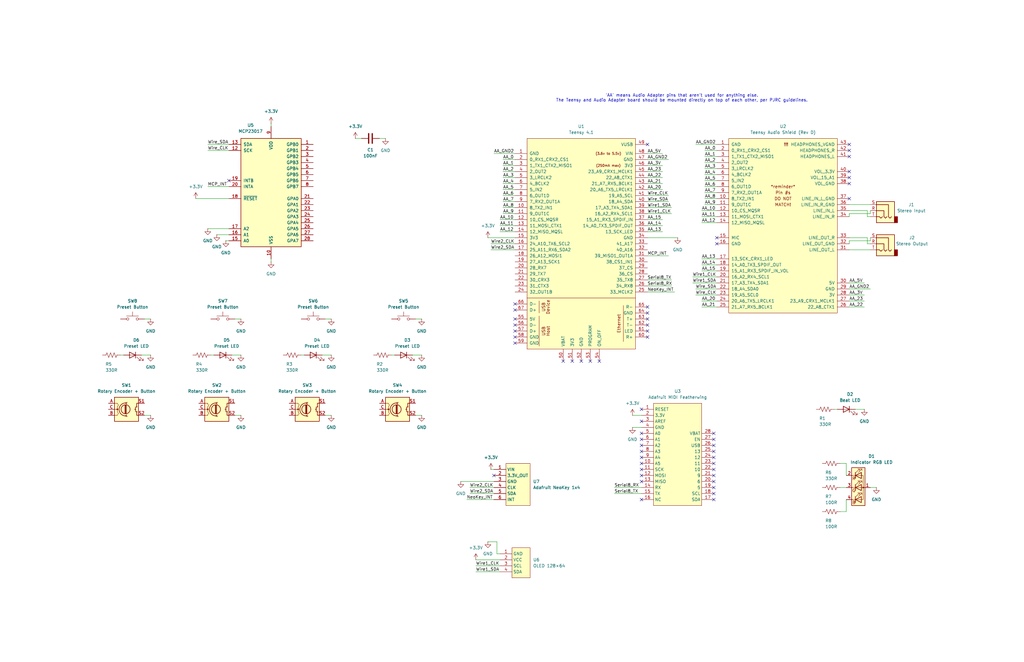
<source format=kicad_sch>
(kicad_sch (version 20250114) (generator "eeschema") (generator_version "9.0")
  (paper "B")
  (lib_symbols
    (symbol "Connector_Audio:AudioJack3"
      (property "Reference" "J" (at 0 8.89 0))
      (property "Value" "AudioJack3" (at 0 6.35 0))
      (symbol "AudioJack3_0_1"
        (rectangle (start -5.08 -5.08) (end -6.35 -2.54) (stroke (width 0.254)) (fill (type outline)))
        (polyline (pts (xy -1.905 -2.54) (xy -1.27 -3.175) (xy -0.635 -2.54) (xy -0.635 0) (xy 2.54 0)) (stroke (width 0.254)))
        (polyline (pts (xy 0 -2.54) (xy 0.635 -3.175) (xy 1.27 -2.54) (xy 2.54 -2.54)) (stroke (width 0.254)))
        (rectangle (start 2.54 3.81) (end -5.08 -5.08) (stroke (width 0.254)) (fill (type background)))
        (polyline (pts (xy 2.54 2.54) (xy -2.54 2.54) (xy -2.54 -2.54) (xy -3.175 -3.175) (xy -3.81 -2.54)) (stroke (width 0.254)))
      )
      (symbol "AudioJack3_1_1"
        (pin passive line (at 5.08 2.54 180) (length 2.54) (name "~") (number "S"))
        (pin passive line (at 5.08 0 180) (length 2.54) (name "~") (number "R"))
        (pin passive line (at 5.08 -2.54 180) (length 2.54) (name "~") (number "T"))
      )
    )
    (symbol "Device:C" (pin_numbers (hide yes)) (pin_names (offset 0.254))
      (property "Reference" "C" (at 0.635 2.54 0))
      (property "Value" "C" (at 0.635 -2.54 0))
      (symbol "C_0_1"
        (polyline (pts (xy -2.032 0.762) (xy 2.032 0.762)) (stroke (width 0.508)))
        (polyline (pts (xy -2.032 -0.762) (xy 2.032 -0.762)) (stroke (width 0.508)))
      )
      (symbol "C_1_1"
        (pin passive line (at 0 3.81 270) (length 2.794) (name "~") (number "1"))
        (pin passive line (at 0 -3.81 90) (length 2.794) (name "~") (number "2"))
      )
    )
    (symbol "Device:LED" (pin_numbers (hide yes)) (pin_names (offset 1.016) (hide yes))
      (property "Reference" "D" (at 0 2.54 0))
      (property "Value" "LED" (at 0 -2.54 0))
      (symbol "LED_0_1"
        (polyline (pts (xy -3.048 -0.762) (xy -4.572 -2.286) (xy -3.81 -2.286) (xy -4.572 -2.286) (xy -4.572 -1.524)))
        (polyline (pts (xy -1.778 -0.762) (xy -3.302 -2.286) (xy -2.54 -2.286) (xy -3.302 -2.286) (xy -3.302 -1.524)))
        (polyline (pts (xy -1.27 0) (xy 1.27 0)))
        (polyline (pts (xy -1.27 -1.27) (xy -1.27 1.27)) (stroke (width 0.254)))
        (polyline (pts (xy 1.27 -1.27) (xy 1.27 1.27) (xy -1.27 0) (xy 1.27 -1.27)) (stroke (width 0.254)))
      )
      (symbol "LED_1_1"
        (pin passive line (at -3.81 0 0) (length 2.54) (name "K") (number "1"))
        (pin passive line (at 3.81 0 180) (length 2.54) (name "A") (number "2"))
      )
    )
    (symbol "Device:LED_ARGB" (pin_names (offset 0) (hide yes))
      (property "Reference" "D" (at 0 9.398 0))
      (property "Value" "LED_ARGB" (at 0 -8.89 0))
      (symbol "LED_ARGB_0_0"
        (text "R" (at -1.905 3.81 0) (effects (font (size 1.27 1.27))))
        (text "G" (at -1.905 -1.27 0) (effects (font (size 1.27 1.27))))
        (text "B" (at -1.905 -6.35 0) (effects (font (size 1.27 1.27))))
      )
      (symbol "LED_ARGB_0_1"
        (polyline (pts (xy -1.27 6.35) (xy -1.27 3.81)) (stroke (width 0.254)))
        (polyline (pts (xy -1.27 6.35) (xy -1.27 3.81) (xy -1.27 3.81)))
        (polyline (pts (xy -1.27 5.08) (xy -2.54 5.08)))
        (polyline (pts (xy -1.27 5.08) (xy 1.27 5.08)))
        (polyline (pts (xy -1.27 1.27) (xy -1.27 -1.27)) (stroke (width 0.254)))
        (polyline (pts (xy -1.27 1.27) (xy -1.27 -1.27) (xy -1.27 -1.27)))
        (polyline (pts (xy -1.27 0) (xy -2.54 0)))
        (polyline (pts (xy -1.27 -3.81) (xy -1.27 -6.35)) (stroke (width 0.254)))
        (polyline (pts (xy -1.27 -5.08) (xy -2.54 -5.08)))
        (polyline (pts (xy -1.27 -5.08) (xy 1.27 -5.08)))
        (polyline (pts (xy -1.016 6.35) (xy 0.508 7.874) (xy -0.254 7.874) (xy 0.508 7.874) (xy 0.508 7.112)))
        (polyline (pts (xy -1.016 1.27) (xy 0.508 2.794) (xy -0.254 2.794) (xy 0.508 2.794) (xy 0.508 2.032)))
        (polyline (pts (xy -1.016 -3.81) (xy 0.508 -2.286) (xy -0.254 -2.286) (xy 0.508 -2.286) (xy 0.508 -3.048)))
        (polyline (pts (xy 0 6.35) (xy 1.524 7.874) (xy 0.762 7.874) (xy 1.524 7.874) (xy 1.524 7.112)))
        (polyline (pts (xy 0 1.27) (xy 1.524 2.794) (xy 0.762 2.794) (xy 1.524 2.794) (xy 1.524 2.032)))
        (polyline (pts (xy 0 -3.81) (xy 1.524 -2.286) (xy 0.762 -2.286) (xy 1.524 -2.286) (xy 1.524 -3.048)))
        (polyline (pts (xy 1.27 6.35) (xy 1.27 3.81) (xy -1.27 5.08) (xy 1.27 6.35)) (stroke (width 0.254)))
        (rectangle (start 1.27 6.35) (end 1.27 6.35))
        (rectangle (start 1.27 3.81) (end 1.27 6.35))
        (polyline (pts (xy 1.27 1.27) (xy 1.27 -1.27) (xy -1.27 0) (xy 1.27 1.27)) (stroke (width 0.254)))
        (rectangle (start 1.27 1.27) (end 1.27 1.27))
        (polyline (pts (xy 1.27 0) (xy -1.27 0)))
        (polyline (pts (xy 1.27 0) (xy 2.54 0)))
        (rectangle (start 1.27 -1.27) (end 1.27 1.27))
        (polyline (pts (xy 1.27 -3.81) (xy 1.27 -6.35) (xy -1.27 -5.08) (xy 1.27 -3.81)) (stroke (width 0.254)))
        (polyline (pts (xy 1.27 -5.08) (xy 2.032 -5.08) (xy 2.032 5.08) (xy 1.27 5.08)))
        (circle (center 2.032 0) (radius 0.254) (fill (type outline)))
        (rectangle (start 2.794 8.382) (end -2.794 -7.62) (stroke (width 0.254)) (fill (type background)))
      )
      (symbol "LED_ARGB_1_1"
        (pin passive line (at -5.08 5.08 0) (length 2.54) (name "RK") (number "2"))
        (pin passive line (at -5.08 0 0) (length 2.54) (name "GK") (number "3"))
        (pin passive line (at -5.08 -5.08 0) (length 2.54) (name "BK") (number "4"))
        (pin passive line (at 5.08 0 180) (length 2.54) (name "A") (number "1"))
      )
    )
    (symbol "Device:R_US" (pin_numbers (hide yes)) (pin_names (offset 0))
      (property "Reference" "R" (at 2.54 0 90))
      (property "Value" "R_US" (at -2.54 0 90))
      (symbol "R_US_0_1"
        (polyline (pts (xy 0 2.286) (xy 0 2.54)))
        (polyline (pts (xy 0 2.286) (xy 1.016 1.905) (xy 0 1.524) (xy -1.016 1.143) (xy 0 0.762)))
        (polyline (pts (xy 0 0.762) (xy 1.016 0.381) (xy 0 0) (xy -1.016 -0.381) (xy 0 -0.762)))
        (polyline (pts (xy 0 -0.762) (xy 1.016 -1.143) (xy 0 -1.524) (xy -1.016 -1.905) (xy 0 -2.286)))
        (polyline (pts (xy 0 -2.286) (xy 0 -2.54)))
      )
      (symbol "R_US_1_1"
        (pin passive line (at 0 3.81 270) (length 1.27) (name "~") (number "1"))
        (pin passive line (at 0 -3.81 90) (length 1.27) (name "~") (number "2"))
      )
    )
    (symbol "Device:RotaryEncoder_Switch" (pin_names (offset 0.254) (hide yes))
      (property "Reference" "SW" (at 0 6.604 0))
      (property "Value" "RotaryEncoder_Switch" (at 0 -6.604 0))
      (symbol "RotaryEncoder_Switch_0_1"
        (rectangle (start -5.08 5.08) (end 5.08 -5.08) (stroke (width 0.254)) (fill (type background)))
        (polyline (pts (xy -5.08 2.54) (xy -3.81 2.54) (xy -3.81 2.032)))
        (polyline (pts (xy -5.08 0) (xy -3.81 0) (xy -3.81 -1.016) (xy -3.302 -2.032)))
        (polyline (pts (xy -5.08 -2.54) (xy -3.81 -2.54) (xy -3.81 -2.032)))
        (polyline (pts (xy -4.318 0) (xy -3.81 0) (xy -3.81 1.016) (xy -3.302 2.032)))
        (circle (center -3.81 0) (radius 0.254) (fill (type outline)))
        (polyline (pts (xy -0.635 -1.778) (xy -0.635 1.778)) (stroke (width 0.254)))
        (circle (center -0.381 0) (radius 1.905) (stroke (width 0.254)))
        (polyline (pts (xy -0.381 -1.778) (xy -0.381 1.778)) (stroke (width 0.254)))
        (arc (start -0.381 -2.794) (mid -3.0988 -0.0635) (end -0.381 2.667) (stroke (width 0.254)))
        (polyline (pts (xy -0.127 1.778) (xy -0.127 -1.778)) (stroke (width 0.254)))
        (polyline (pts (xy 0.254 2.921) (xy -0.508 2.667) (xy 0.127 2.286)) (stroke (width 0.254)))
        (polyline (pts (xy 0.254 -3.048) (xy -0.508 -2.794) (xy 0.127 -2.413)) (stroke (width 0.254)))
        (polyline (pts (xy 3.81 1.016) (xy 3.81 -1.016)) (stroke (width 0.254)))
        (polyline (pts (xy 3.81 0) (xy 3.429 0)) (stroke (width 0.254)))
        (circle (center 4.318 1.016) (radius 0.127) (stroke (width 0.254)))
        (circle (center 4.318 -1.016) (radius 0.127) (stroke (width 0.254)))
        (polyline (pts (xy 5.08 2.54) (xy 4.318 2.54) (xy 4.318 1.016)) (stroke (width 0.254)))
        (polyline (pts (xy 5.08 -2.54) (xy 4.318 -2.54) (xy 4.318 -1.016)) (stroke (width 0.254)))
      )
      (symbol "RotaryEncoder_Switch_1_1"
        (pin passive line (at -7.62 2.54 0) (length 2.54) (name "A") (number "A"))
        (pin passive line (at -7.62 0 0) (length 2.54) (name "C") (number "C"))
        (pin passive line (at -7.62 -2.54 0) (length 2.54) (name "B") (number "B"))
        (pin passive line (at 7.62 2.54 180) (length 2.54) (name "S1") (number "S1"))
        (pin passive line (at 7.62 -2.54 180) (length 2.54) (name "S2") (number "S2"))
      )
    )
    (symbol "Interface_Expansion:MCP23017_SO" (pin_names (offset 1.016))
      (property "Reference" "U5" (at -9.906 27.432 0))
      (property "Value" "MCP23017_SO" (at -9.906 24.892 0))
      (symbol "MCP23017_SO_0_1"
        (rectangle (start -12.7 22.86) (end 12.7 -22.86) (stroke (width 0.254)) (fill (type background)))
      )
      (symbol "MCP23017_SO_1_1"
        (pin bidirectional line (at -17.78 20.32 0) (length 5.08) (name "SDA") (number "13"))
        (pin input line (at -17.78 17.78 0) (length 5.08) (name "SCK") (number "12"))
        (pin tri_state line (at -17.78 5.08 0) (length 5.08) (name "INTB") (number "19"))
        (pin tri_state line (at -17.78 2.54 0) (length 5.08) (name "INTA") (number "20"))
        (pin input line (at -17.78 -2.54 0) (length 5.08) (name "~{RESET}") (number "18"))
        (pin input line (at -17.78 -15.24 0) (length 5.08) (name "A2") (number "17"))
        (pin input line (at -17.78 -17.78 0) (length 5.08) (name "A1") (number "16"))
        (pin input line (at -17.78 -20.32 0) (length 5.08) (name "A0") (number "15"))
        (pin no_connect line (at -12.7 15.24 0) (length 5.08) (hide yes) (name "NC") (number "11"))
        (pin no_connect line (at -12.7 12.7 0) (length 5.08) (hide yes) (name "NC") (number "14"))
        (pin power_in line (at 0 27.94 270) (length 5.08) (name "VDD") (number "9"))
        (pin power_in line (at 0 -27.94 90) (length 5.08) (name "VSS") (number "10"))
        (pin bidirectional line (at 17.78 20.32 180) (length 5.08) (name "GPB0") (number "1"))
        (pin bidirectional line (at 17.78 17.78 180) (length 5.08) (name "GPB1") (number "2"))
        (pin bidirectional line (at 17.78 15.24 180) (length 5.08) (name "GPB2") (number "3"))
        (pin bidirectional line (at 17.78 12.7 180) (length 5.08) (name "GPB3") (number "4"))
        (pin bidirectional line (at 17.78 10.16 180) (length 5.08) (name "GPB4") (number "5"))
        (pin bidirectional line (at 17.78 7.62 180) (length 5.08) (name "GPB5") (number "6"))
        (pin bidirectional line (at 17.78 5.08 180) (length 5.08) (name "GPB6") (number "7"))
        (pin output line (at 17.78 2.54 180) (length 5.08) (name "GPB7") (number "8"))
        (pin bidirectional line (at 17.78 -2.54 180) (length 5.08) (name "GPA0") (number "21"))
        (pin bidirectional line (at 17.78 -5.08 180) (length 5.08) (name "GPA1") (number "22"))
        (pin bidirectional line (at 17.78 -7.62 180) (length 5.08) (name "GPA2") (number "23"))
        (pin bidirectional line (at 17.78 -10.16 180) (length 5.08) (name "GPA3") (number "24"))
        (pin bidirectional line (at 17.78 -12.7 180) (length 5.08) (name "GPA4") (number "25"))
        (pin bidirectional line (at 17.78 -15.24 180) (length 5.08) (name "GPA5") (number "26"))
        (pin bidirectional line (at 17.78 -17.78 180) (length 5.08) (name "GPA6") (number "27"))
        (pin output line (at 17.78 -20.32 180) (length 5.08) (name "GPA7") (number "28"))
      )
    )
    (symbol "Switch:SW_Push" (pin_numbers (hide yes)) (pin_names (offset 1.016) (hide yes))
      (property "Reference" "SW" (at 1.27 2.54 0))
      (property "Value" "SW_Push" (at 0 -1.524 0))
      (symbol "SW_Push_0_1"
        (circle (center -2.032 0) (radius 0.508))
        (polyline (pts (xy 0 1.27) (xy 0 3.048)))
        (circle (center 2.032 0) (radius 0.508))
        (polyline (pts (xy 2.54 1.27) (xy -2.54 1.27)))
        (pin passive line (at -5.08 0 0) (length 2.54) (name "1") (number "1"))
        (pin passive line (at 5.08 0 180) (length 2.54) (name "2") (number "2"))
      )
    )
    (symbol "neokey_1"
      (property "Reference" "U7" (at 6.35 -8.8899 0))
      (property "Value" "Adafruit NeoKey 1x4" (at 6.35 -11.4299 0))
      (symbol "neokey_1_0_0"
        (pin passive line (at -10.16 -3.81 0) (length 5.08) (name "VIN") (number "1"))
        (pin passive line (at -10.16 -6.35 0) (length 5.08) (name "3.3V_OUT") (number "2"))
        (pin passive line (at -10.16 -8.89 0) (length 5.08) (name "GND") (number "3"))
        (pin passive line (at -10.16 -11.43 0) (length 5.08) (name "CLK") (number "4"))
        (pin passive line (at -10.16 -13.97 0) (length 5.08) (name "SDA") (number "5"))
        (pin passive line (at -10.16 -16.51 0) (length 5.08) (name "INT") (number "6"))
      )
      (symbol "neokey_1_1_1"
        (rectangle (start -5.08 -1.27) (end 5.08 -19.05) (fill (type color) (color 255 255 194 1)))
      )
    )
    (symbol "new:midi"
      (property "Reference" "U3" (at 0 3.81 0))
      (property "Value" "Adafruit MIDI Featherwing" (at 0 1.27 0))
      (symbol "midi_0_0"
        (pin passive line (at -15.24 -3.81 0) (length 5.08) (name "RESET") (number "1"))
        (pin passive line (at -15.24 -6.35 0) (length 5.08) (name "3.3V") (number "2"))
        (pin passive line (at -15.24 -8.89 0) (length 5.08) (name "AREF") (number "3"))
        (pin passive line (at -15.24 -11.43 0) (length 5.08) (name "GND") (number "4"))
        (pin passive line (at -15.24 -13.97 0) (length 5.08) (name "A0") (number "5"))
        (pin passive line (at -15.24 -16.51 0) (length 5.08) (name "A1") (number "6"))
        (pin passive line (at -15.24 -19.05 0) (length 5.08) (name "A2") (number "7"))
        (pin passive line (at -15.24 -21.59 0) (length 5.08) (name "A3") (number "8"))
        (pin passive line (at -15.24 -24.13 0) (length 5.08) (name "A4") (number "9"))
        (pin passive line (at -15.24 -26.67 0) (length 5.08) (name "A5") (number "10"))
        (pin passive line (at -15.24 -29.21 0) (length 5.08) (name "SCK") (number "11"))
        (pin passive line (at -15.24 -31.75 0) (length 5.08) (name "MOSI") (number "12"))
        (pin passive line (at -15.24 -34.29 0) (length 5.08) (name "MISO") (number "13"))
        (pin passive line (at -15.24 -36.83 0) (length 5.08) (name "RX") (number "14"))
        (pin passive line (at -15.24 -39.37 0) (length 5.08) (name "TX") (number "15"))
        (pin passive line (at -15.24 -41.91 0) (length 5.08) (name "NC") (number "16"))
        (pin passive line (at 15.24 -13.97 180) (length 5.08) (name "VBAT") (number "28"))
        (pin passive line (at 15.24 -16.51 180) (length 5.08) (name "EN") (number "27"))
        (pin passive line (at 15.24 -19.05 180) (length 5.08) (name "USB") (number "26"))
        (pin passive line (at 15.24 -21.59 180) (length 5.08) (name "13") (number "25"))
        (pin passive line (at 15.24 -24.13 180) (length 5.08) (name "12") (number "24"))
        (pin passive line (at 15.24 -26.67 180) (length 5.08) (name "11") (number "23"))
        (pin passive line (at 15.24 -29.21 180) (length 5.08) (name "10") (number "22"))
        (pin passive line (at 15.24 -31.75 180) (length 5.08) (name "9") (number "21"))
        (pin passive line (at 15.24 -34.29 180) (length 5.08) (name "6") (number "20"))
        (pin passive line (at 15.24 -36.83 180) (length 5.08) (name "5") (number "19"))
        (pin passive line (at 15.24 -39.37 180) (length 5.08) (name "SCL") (number "18"))
        (pin passive line (at 15.24 -41.91 180) (length 5.08) (name "SDA") (number "17"))
      )
      (symbol "midi_1_1"
        (rectangle (start -10.16 -1.27) (end 10.16 -44.45) (fill (type color) (color 255 255 194 1)))
      )
    )
    (symbol "new:oled"
      (property "Reference" "U6" (at 5.08 -6.3499 0))
      (property "Value" "128×64 OLED" (at 5.08 -8.8899 0))
      (symbol "oled_0_0"
        (pin passive line (at -8.89 -3.81 0) (length 5.08) (name "GND") (number "1"))
        (pin passive line (at -8.89 -6.35 0) (length 5.08) (name "VCC") (number "2"))
        (pin passive line (at -8.89 -8.89 0) (length 5.08) (name "SCL") (number "3"))
        (pin passive line (at -8.89 -11.43 0) (length 5.08) (name "SDA") (number "4"))
      )
      (symbol "oled_1_1"
        (rectangle (start -3.81 -1.27) (end 3.81 -13.97) (fill (type color) (color 255 255 194 1)))
      )
    )
    (symbol "power:+3.3V" (power) (pin_numbers (hide yes)) (pin_names (offset 0) (hide yes))
      (property "Value" "+3.3V" (at 0 3.556 0))
      (symbol "+3.3V_0_1"
        (polyline (pts (xy -0.762 1.27) (xy 0 2.54)))
        (polyline (pts (xy 0 2.54) (xy 0.762 1.27)))
        (polyline (pts (xy 0 0) (xy 0 2.54)))
      )
      (symbol "+3.3V_1_1"
        (pin power_in line (at 0 0 90) (length 0) (name "~") (number "1"))
      )
    )
    (symbol "power:GND" (power) (pin_numbers (hide yes)) (pin_names (offset 0) (hide yes))
      (property "Value" "GND" (at 0 -3.81 0))
      (symbol "GND_0_1"
        (polyline (pts (xy 0 0) (xy 0 -1.27) (xy 1.27 -1.27) (xy 0 -2.54) (xy -1.27 -1.27) (xy 0 -1.27)))
      )
      (symbol "GND_1_1"
        (pin power_in line (at 0 0 270) (length 0) (name "~") (number "1"))
      )
    )
    (symbol "teensy4.0_audioshield_revd:Teensy4.0_AudioShield_REVD" (pin_names (offset 1.016))
      (property "Reference" "U2" (at 0 41.91 0))
      (property "Value" "Teensy4.0_AudioShield_REVD" (at 0 39.37 0))
      (symbol "Teensy4.0_AudioShield_REVD_0_0"
        (text "*reminder*" (at 0 16.51 0) (effects (font (size 1.27 1.27))))
        (text "Pin #s" (at 0 13.97 0) (effects (font (size 1.27 1.27))))
        (text "DO NOT" (at 0 11.43 0) (effects (font (size 1.27 1.27))))
        (text "MATCH!" (at 0 8.89 0) (effects (font (size 1.27 1.27))))
        (text "!!!" (at 1.27 34.29 0) (effects (font (size 1.27 1.27))))
        (pin bidirectional line (at -27.94 24.13 0) (length 5.08) (name "3_LRCLK2") (number "5"))
        (pin bidirectional line (at -27.94 21.59 0) (length 5.08) (name "4_BCLK2") (number "6"))
        (pin bidirectional line (at -27.94 19.05 0) (length 5.08) (name "5_IN2") (number "7"))
        (pin bidirectional line (at -27.94 16.51 0) (length 5.08) (name "6_OUT1D") (number "8"))
        (pin bidirectional line (at -27.94 13.97 0) (length 5.08) (name "7_RX2_OUT1A") (number "9"))
        (pin bidirectional line (at -27.94 11.43 0) (length 5.08) (name "8_TX2_IN1") (number "10"))
        (pin bidirectional line (at -27.94 8.89 0) (length 5.08) (name "9_OUT1C") (number "11"))
        (pin bidirectional line (at -27.94 6.35 0) (length 5.08) (name "10_CS_MQSR") (number "12"))
        (pin bidirectional line (at -27.94 3.81 0) (length 5.08) (name "11_MOSI_CTX1") (number "13"))
        (pin bidirectional line (at -27.94 1.27 0) (length 5.08) (name "12_MISO_MQSL") (number "14"))
        (pin bidirectional line (at -27.94 -5.08 0) (length 5.08) (name "MIC") (number "15"))
        (pin power_in line (at -27.94 -7.62 0) (length 5.08) (name "GND") (number "16"))
        (pin bidirectional line (at -27.94 -13.97 0) (length 5.08) (name "13_SCK_CRX1_LED") (number "17"))
        (pin bidirectional line (at -27.94 -16.51 0) (length 5.08) (name "14_A0_TX3_SPDIF_OUT") (number "18"))
        (pin bidirectional line (at -27.94 -19.05 0) (length 5.08) (name "15_A1_RX3_SPDIF_IN_VOL") (number "19"))
        (pin bidirectional line (at -27.94 -21.59 0) (length 5.08) (name "16_A2_RX4_SCL1") (number "20"))
        (pin bidirectional line (at -27.94 -24.13 0) (length 5.08) (name "17_A3_TX4_SDA1") (number "21"))
        (pin bidirectional line (at -27.94 -26.67 0) (length 5.08) (name "18_A4_SDA0") (number "22"))
        (pin bidirectional line (at -27.94 -29.21 0) (length 5.08) (name "19_A5_SCL0") (number "23"))
        (pin bidirectional line (at -27.94 -31.75 0) (length 5.08) (name "20_A6_TX5_LRCLK1") (number "24"))
        (pin bidirectional line (at -27.94 -34.29 0) (length 5.08) (name "21_A7_RX5_BCLK1") (number "25"))
        (pin power_in line (at 27.94 34.29 180) (length 5.08) (name "HEADPHONES_VGND") (number "43"))
        (pin bidirectional line (at 27.94 31.75 180) (length 5.08) (name "HEADPHONES_R") (number "42"))
        (pin bidirectional line (at 27.94 29.21 180) (length 5.08) (name "HEADPHONES_L") (number "41"))
        (pin bidirectional line (at 27.94 22.86 180) (length 5.08) (name "VOL_3.3V") (number "40"))
        (pin bidirectional line (at 27.94 20.32 180) (length 5.08) (name "VOL_15_A1") (number "39"))
        (pin bidirectional line (at 27.94 17.78 180) (length 5.08) (name "VOL_GND") (number "38"))
        (pin power_in line (at 27.94 11.43 180) (length 5.08) (name "LINE_IN_L_GND") (number "37"))
        (pin power_in line (at 27.94 8.89 180) (length 5.08) (name "LINE_IN_R_GND") (number "36"))
        (pin bidirectional line (at 27.94 6.35 180) (length 5.08) (name "LINE_IN_L") (number "35"))
        (pin bidirectional line (at 27.94 3.81 180) (length 5.08) (name "LINE_IN_R") (number "34"))
        (pin bidirectional line (at 27.94 -5.08 180) (length 5.08) (name "LINE_OUT_R") (number "33"))
        (pin power_in line (at 27.94 -7.62 180) (length 5.08) (name "LINE_OUT_GND") (number "32"))
        (pin bidirectional line (at 27.94 -10.16 180) (length 5.08) (name "LINE_OUT_L") (number "31"))
        (pin power_out line (at 27.94 -24.13 180) (length 5.08) (name "5V") (number "30"))
        (pin power_in line (at 27.94 -26.67 180) (length 5.08) (name "GND") (number "29"))
        (pin power_out line (at 27.94 -29.21 180) (length 5.08) (name "3V") (number "28"))
        (pin bidirectional line (at 27.94 -31.75 180) (length 5.08) (name "23_A9_CRX1_MCLK1") (number "27"))
        (pin bidirectional line (at 27.94 -34.29 180) (length 5.08) (name "22_A8_CTX1") (number "26"))
      )
      (symbol "Teensy4.0_AudioShield_REVD_0_1"
        (rectangle (start -20.32 -31.75) (end -20.32 -31.75))
      )
      (symbol "Teensy4.0_AudioShield_REVD_1_1"
        (rectangle (start -22.86 36.83) (end 22.86 -36.83) (fill (type color) (color 255 255 194 1)))
        (pin power_in line (at -27.94 34.29 0) (length 5.08) (name "GND") (number "1"))
        (pin bidirectional line (at -27.94 31.75 0) (length 5.08) (name "0_RX1_CRX2_CS1") (number "2"))
        (pin bidirectional line (at -27.94 29.21 0) (length 5.08) (name "1_TX1_CTX2_MISO1") (number "3"))
        (pin bidirectional line (at -27.94 26.67 0) (length 5.08) (name "2_OUT2") (number "4"))
      )
    )
    (symbol "teensy:Teensy4.1" (pin_names (offset 1.016))
      (property "Reference" "U1" (at 0 66.04 0))
      (property "Value" "Teensy4.1" (at 0 63.5 0))
      (symbol "Teensy4.1_0_0"
        (polyline (pts (xy -22.86 -6.35) (xy 22.86 -6.35)))
        (polyline (pts (xy -17.78 -7.62) (xy -17.78 -12.7)))
        (polyline (pts (xy -17.78 -26.67) (xy -17.78 -13.97)))
        (polyline (pts (xy 17.78 -9.525) (xy 17.78 -24.765)))
        (text "USB" (at -15.875 -10.16 900) (effects (font (size 1.27 1.27))))
        (text "USB" (at -15.875 -20.32 900) (effects (font (size 1.27 1.27))))
        (text "Device" (at -13.97 -10.16 900) (effects (font (size 1.27 1.27))))
        (text "Host" (at -13.97 -20.32 900) (effects (font (size 1.27 1.27))))
        (text "(3.6v to 5.5v)" (at 11.43 54.61 0) (effects (font (size 1.016 1.016))))
        (text "(250mA max)" (at 11.43 49.53 0) (effects (font (size 1.016 1.016))))
        (text "Ethernet" (at 15.875 -17.145 900) (effects (font (size 1.27 1.27))))
        (pin bidirectional line (at -27.94 44.45 0) (length 5.08) (name "3_LRCLK2") (number "5"))
        (pin bidirectional line (at -27.94 41.91 0) (length 5.08) (name "4_BCLK2") (number "6"))
        (pin bidirectional line (at -27.94 39.37 0) (length 5.08) (name "5_IN2") (number "7"))
        (pin bidirectional line (at -27.94 36.83 0) (length 5.08) (name "6_OUT1D") (number "8"))
        (pin bidirectional line (at -27.94 34.29 0) (length 5.08) (name "7_RX2_OUT1A") (number "9"))
        (pin bidirectional line (at -27.94 31.75 0) (length 5.08) (name "8_TX2_IN1") (number "10"))
        (pin bidirectional line (at -27.94 29.21 0) (length 5.08) (name "9_OUT1C") (number "11"))
        (pin bidirectional line (at -27.94 26.67 0) (length 5.08) (name "10_CS_MQSR") (number "12"))
        (pin bidirectional line (at -27.94 24.13 0) (length 5.08) (name "11_MOSI_CTX1") (number "13"))
        (pin bidirectional line (at -27.94 21.59 0) (length 5.08) (name "12_MISO_MQSL") (number "14"))
        (pin power_in line (at -27.94 19.05 0) (length 5.08) (name "3V3") (number "15"))
        (pin bidirectional line (at -27.94 16.51 0) (length 5.08) (name "24_A10_TX6_SCL2") (number "16"))
        (pin bidirectional line (at -27.94 13.97 0) (length 5.08) (name "25_A11_RX6_SDA2") (number "17"))
        (pin bidirectional line (at -27.94 11.43 0) (length 5.08) (name "26_A12_MOSI1") (number "18"))
        (pin bidirectional line (at -27.94 8.89 0) (length 5.08) (name "27_A13_SCK1") (number "19"))
        (pin bidirectional line (at -27.94 6.35 0) (length 5.08) (name "28_RX7") (number "20"))
        (pin bidirectional line (at -27.94 3.81 0) (length 5.08) (name "29_TX7") (number "21"))
        (pin bidirectional line (at -27.94 1.27 0) (length 5.08) (name "30_CRX3") (number "22"))
        (pin bidirectional line (at -27.94 -1.27 0) (length 5.08) (name "31_CTX3") (number "23"))
        (pin bidirectional line (at -27.94 -3.81 0) (length 5.08) (name "32_OUT1B") (number "24"))
        (pin bidirectional line (at -27.94 -8.89 0) (length 5.08) (name "D-") (number "66"))
        (pin bidirectional line (at -27.94 -11.43 0) (length 5.08) (name "D+") (number "67"))
        (pin power_out line (at -27.94 -15.24 0) (length 5.08) (name "5V") (number "55"))
        (pin bidirectional line (at -27.94 -17.78 0) (length 5.08) (name "D-") (number "56"))
        (pin bidirectional line (at -27.94 -20.32 0) (length 5.08) (name "D+") (number "57"))
        (pin power_in line (at -27.94 -22.86 0) (length 5.08) (name "GND") (number "58"))
        (pin power_in line (at -27.94 -25.4 0) (length 5.08) (name "GND") (number "59"))
        (pin power_in line (at -7.62 -33.02 90) (length 5.08) (name "VBAT") (number "50"))
        (pin power_in line (at -3.81 -33.02 90) (length 5.08) (name "3V3") (number "51"))
        (pin input line (at 0 -33.02 90) (length 5.08) (name "GND") (number "52"))
        (pin input line (at 3.81 -33.02 90) (length 5.08) (name "PROGRAM") (number "53"))
        (pin input line (at 7.62 -33.02 90) (length 5.08) (name "ON_OFF") (number "54"))
        (pin power_out line (at 27.94 58.42 180) (length 5.08) (name "VUSB") (number "49"))
        (pin power_in line (at 27.94 54.61 180) (length 5.08) (name "VIN") (number "48"))
        (pin output line (at 27.94 52.07 180) (length 5.08) (name "GND") (number "47"))
        (pin output line (at 27.94 49.53 180) (length 5.08) (name "3V3") (number "46"))
        (pin bidirectional line (at 27.94 46.99 180) (length 5.08) (name "23_A9_CRX1_MCLK1") (number "45"))
        (pin bidirectional line (at 27.94 44.45 180) (length 5.08) (name "22_A8_CTX1") (number "44"))
        (pin bidirectional line (at 27.94 41.91 180) (length 5.08) (name "21_A7_RX5_BCLK1") (number "43"))
        (pin bidirectional line (at 27.94 39.37 180) (length 5.08) (name "20_A6_TX5_LRCLK1") (number "42"))
        (pin bidirectional line (at 27.94 36.83 180) (length 5.08) (name "19_A5_SCL") (number "41"))
        (pin bidirectional line (at 27.94 34.29 180) (length 5.08) (name "18_A4_SDA") (number "40"))
        (pin bidirectional line (at 27.94 31.75 180) (length 5.08) (name "17_A3_TX4_SDA1") (number "39"))
        (pin bidirectional line (at 27.94 29.21 180) (length 5.08) (name "16_A2_RX4_SCL1") (number "38"))
        (pin bidirectional line (at 27.94 26.67 180) (length 5.08) (name "15_A1_RX3_SPDIF_IN") (number "37"))
        (pin bidirectional line (at 27.94 24.13 180) (length 5.08) (name "14_A0_TX3_SPDIF_OUT") (number "36"))
        (pin bidirectional line (at 27.94 21.59 180) (length 5.08) (name "13_SCK_LED") (number "35"))
        (pin bidirectional line (at 27.94 16.51 180) (length 5.08) (name "41_A17") (number "33"))
        (pin bidirectional line (at 27.94 13.97 180) (length 5.08) (name "40_A16") (number "32"))
        (pin bidirectional line (at 27.94 11.43 180) (length 5.08) (name "39_MISO1_OUT1A") (number "31"))
        (pin bidirectional line (at 27.94 8.89 180) (length 5.08) (name "38_CS1_IN1") (number "30"))
        (pin bidirectional line (at 27.94 6.35 180) (length 5.08) (name "37_CS") (number "29"))
        (pin bidirectional line (at 27.94 3.81 180) (length 5.08) (name "36_CS") (number "28"))
        (pin bidirectional line (at 27.94 1.27 180) (length 5.08) (name "35_TX8") (number "27"))
        (pin bidirectional line (at 27.94 -1.27 180) (length 5.08) (name "34_RX8") (number "26"))
        (pin bidirectional line (at 27.94 -3.81 180) (length 5.08) (name "33_MCLK2") (number "25"))
        (pin bidirectional line (at 27.94 -10.16 180) (length 5.08) (name "R-") (number "65"))
        (pin power_in line (at 27.94 -12.7 180) (length 5.08) (name "GND") (number "64"))
        (pin bidirectional line (at 27.94 -15.24 180) (length 5.08) (name "T+") (number "63"))
        (pin bidirectional line (at 27.94 -17.78 180) (length 5.08) (name "T-") (number "62"))
        (pin bidirectional line (at 27.94 -20.32 180) (length 5.08) (name "LED") (number "61"))
        (pin bidirectional line (at 27.94 -22.86 180) (length 5.08) (name "R+") (number "60"))
      )
      (symbol "Teensy4.1_0_1"
        (rectangle (start -20.32 -1.27) (end -20.32 -1.27))
      )
      (symbol "Teensy4.1_1_1"
        (rectangle (start -22.86 60.96) (end 22.86 -27.94) (fill (type color) (color 255 255 194 1)))
        (pin power_in line (at -27.94 54.61 0) (length 5.08) (name "GND") (number "1"))
        (pin bidirectional line (at -27.94 52.07 0) (length 5.08) (name "0_RX1_CRX2_CS1") (number "2"))
        (pin bidirectional line (at -27.94 49.53 0) (length 5.08) (name "1_TX1_CTX2_MISO1") (number "3"))
        (pin bidirectional line (at -27.94 46.99 0) (length 5.08) (name "2_OUT2") (number "4"))
        (pin power_in line (at 27.94 19.05 180) (length 5.08) (name "GND") (number "34"))
      )
    )
  )
  (text "'AA' means Audio Adapter pins that aren't used for anything else.\nThe Teensy and Audio Adapter board should be mounted directly on top of each other, per PJRC guidelines." (at 287.528 41.402 0) (effects (font (size 1.27 1.27))))
  (no_connect (at 237.49 152.4))
  (no_connect (at 208.28 200.66))
  (no_connect (at 217.17 128.27))
  (no_connect (at 270.51 200.66))
  (no_connect (at 300.99 198.12))
  (no_connect (at 273.05 132.08))
  (no_connect (at 217.17 137.16))
  (no_connect (at 217.17 134.62))
  (no_connect (at 358.14 77.47))
  (no_connect (at 358.14 60.96))
  (no_connect (at 358.14 63.5))
  (no_connect (at 273.05 134.62))
  (no_connect (at 300.99 182.88))
  (no_connect (at 96.52 76.2))
  (no_connect (at 300.99 210.82))
  (no_connect (at 270.51 193.04))
  (no_connect (at 270.51 210.82))
  (no_connect (at 273.05 137.16))
  (no_connect (at 217.17 142.24))
  (no_connect (at 217.17 139.7))
  (no_connect (at 270.51 172.72))
  (no_connect (at 270.51 190.5))
  (no_connect (at 302.26 102.87))
  (no_connect (at 300.99 193.04))
  (no_connect (at 248.92 152.4))
  (no_connect (at 300.99 190.5))
  (no_connect (at 300.99 205.74))
  (no_connect (at 270.51 198.12))
  (no_connect (at 270.51 185.42))
  (no_connect (at 358.14 66.04))
  (no_connect (at 300.99 187.96))
  (no_connect (at 273.05 129.54))
  (no_connect (at 300.99 185.42))
  (no_connect (at 270.51 187.96))
  (no_connect (at 358.14 83.82))
  (no_connect (at 217.17 144.78))
  (no_connect (at 270.51 177.8))
  (no_connect (at 241.3 152.4))
  (no_connect (at 300.99 200.66))
  (no_connect (at 302.26 100.33))
  (no_connect (at 270.51 203.2))
  (no_connect (at 270.51 195.58))
  (no_connect (at 300.99 203.2))
  (no_connect (at 273.05 139.7))
  (no_connect (at 300.99 208.28))
  (no_connect (at 245.11 152.4))
  (no_connect (at 252.73 152.4))
  (no_connect (at 270.51 182.88))
  (no_connect (at 217.17 130.81))
  (no_connect (at 273.05 60.96))
  (no_connect (at 358.14 72.39))
  (no_connect (at 358.14 74.93))
  (no_connect (at 300.99 195.58))
  (no_connect (at 273.05 142.24))
  (wire (pts (xy 295.91 129.54) (xy 302.26 129.54)))
  (wire (pts (xy 273.05 97.79) (xy 279.4 97.79)))
  (wire (pts (xy 293.37 60.96) (xy 302.26 60.96)))
  (wire (pts (xy 259.08 208.28) (xy 270.51 208.28)))
  (wire (pts (xy 212.09 80.01) (xy 217.17 80.01)))
  (wire (pts (xy 209.55 228.6) (xy 209.55 233.68)))
  (wire (pts (xy 273.05 107.95) (xy 281.94 107.95)))
  (wire (pts (xy 207.01 105.41) (xy 217.17 105.41)))
  (wire (pts (xy 297.18 68.58) (xy 302.26 68.58)))
  (wire (pts (xy 358.14 105.41) (xy 367.03 105.41)))
  (wire (pts (xy 273.05 72.39) (xy 279.4 72.39)))
  (wire (pts (xy 273.05 95.25) (xy 279.4 95.25)))
  (wire (pts (xy 91.44 99.06) (xy 96.52 99.06)))
  (wire (pts (xy 196.85 210.82) (xy 208.28 210.82)))
  (wire (pts (xy 295.91 127) (xy 302.26 127)))
  (wire (pts (xy 293.37 124.46) (xy 302.26 124.46)))
  (wire (pts (xy 273.05 74.93) (xy 279.4 74.93)))
  (wire (pts (xy 212.09 82.55) (xy 217.17 82.55)))
  (wire (pts (xy 162.56 58.42) (xy 160.02 58.42)))
  (wire (pts (xy 365.76 102.87) (xy 367.03 102.87)))
  (wire (pts (xy 101.6 149.86) (xy 97.79 149.86)))
  (wire (pts (xy 212.09 72.39) (xy 217.17 72.39)))
  (wire (pts (xy 273.05 69.85) (xy 279.4 69.85)))
  (wire (pts (xy 200.66 241.3) (xy 210.82 241.3)))
  (wire (pts (xy 200.66 238.76) (xy 210.82 238.76)))
  (wire (pts (xy 198.12 208.28) (xy 208.28 208.28)))
  (wire (pts (xy 101.6 134.62) (xy 99.06 134.62)))
  (wire (pts (xy 152.4 58.42) (xy 149.86 58.42)))
  (wire (pts (xy 139.7 134.62) (xy 137.16 134.62)))
  (wire (pts (xy 273.05 90.17) (xy 283.21 90.17)))
  (wire (pts (xy 212.09 85.09) (xy 217.17 85.09)))
  (wire (pts (xy 139.7 149.86) (xy 135.89 149.86)))
  (wire (pts (xy 293.37 121.92) (xy 302.26 121.92)))
  (wire (pts (xy 95.25 101.6) (xy 96.52 101.6)))
  (wire (pts (xy 266.7 175.26) (xy 270.51 175.26)))
  (wire (pts (xy 297.18 81.28) (xy 302.26 81.28)))
  (wire (pts (xy 63.5 149.86) (xy 59.69 149.86)))
  (wire (pts (xy 207.01 102.87) (xy 217.17 102.87)))
  (wire (pts (xy 137.16 175.26) (xy 139.7 175.26)))
  (wire (pts (xy 209.55 233.68) (xy 210.82 233.68)))
  (wire (pts (xy 114.3 52.07) (xy 114.3 53.34)))
  (wire (pts (xy 87.63 63.5) (xy 96.52 63.5)))
  (wire (pts (xy 273.05 92.71) (xy 279.4 92.71)))
  (wire (pts (xy 273.05 77.47) (xy 279.4 77.47)))
  (wire (pts (xy 297.18 76.2) (xy 302.26 76.2)))
  (wire (pts (xy 273.05 100.33) (xy 285.75 100.33)))
  (wire (pts (xy 295.91 88.9) (xy 302.26 88.9)))
  (wire (pts (xy 356.87 215.9) (xy 356.87 210.82)))
  (wire (pts (xy 99.06 175.26) (xy 101.6 175.26)))
  (wire (pts (xy 358.14 101.6) (xy 367.03 101.6)))
  (wire (pts (xy 273.05 118.11) (xy 283.21 118.11)))
  (wire (pts (xy 212.09 87.63) (xy 217.17 87.63)))
  (wire (pts (xy 295.91 93.98) (xy 302.26 93.98)))
  (wire (pts (xy 273.05 64.77) (xy 279.4 64.77)))
  (wire (pts (xy 358.14 102.87) (xy 358.14 101.6)))
  (wire (pts (xy 297.18 78.74) (xy 302.26 78.74)))
  (wire (pts (xy 273.05 123.19) (xy 284.48 123.19)))
  (wire (pts (xy 273.05 85.09) (xy 281.94 85.09)))
  (wire (pts (xy 292.1 116.84) (xy 302.26 116.84)))
  (wire (pts (xy 367.03 100.33) (xy 367.03 101.6)))
  (wire (pts (xy 297.18 73.66) (xy 302.26 73.66)))
  (wire (pts (xy 259.08 205.74) (xy 270.51 205.74)))
  (wire (pts (xy 177.8 149.86) (xy 173.99 149.86)))
  (wire (pts (xy 198.12 205.74) (xy 208.28 205.74)))
  (wire (pts (xy 212.09 77.47) (xy 217.17 77.47)))
  (wire (pts (xy 354.33 215.9) (xy 356.87 215.9)))
  (wire (pts (xy 295.91 114.3) (xy 302.26 114.3)))
  (wire (pts (xy 295.91 91.44) (xy 302.26 91.44)))
  (wire (pts (xy 208.28 64.77) (xy 217.17 64.77)))
  (wire (pts (xy 295.91 109.22) (xy 302.26 109.22)))
  (wire (pts (xy 205.74 100.33) (xy 217.17 100.33)))
  (wire (pts (xy 297.18 66.04) (xy 302.26 66.04)))
  (wire (pts (xy 82.55 83.82) (xy 96.52 83.82)))
  (wire (pts (xy 212.09 90.17) (xy 217.17 90.17)))
  (wire (pts (xy 210.82 97.79) (xy 217.17 97.79)))
  (wire (pts (xy 297.18 71.12) (xy 302.26 71.12)))
  (wire (pts (xy 87.63 96.52) (xy 96.52 96.52)))
  (wire (pts (xy 354.33 205.74) (xy 356.87 205.74)))
  (wire (pts (xy 365.76 100.33) (xy 365.76 102.87)))
  (wire (pts (xy 200.66 236.22) (xy 210.82 236.22)))
  (wire (pts (xy 358.14 119.38) (xy 364.49 119.38)))
  (wire (pts (xy 367.03 205.74) (xy 369.57 205.74)))
  (wire (pts (xy 365.76 88.9) (xy 365.76 91.44)))
  (wire (pts (xy 297.18 83.82) (xy 302.26 83.82)))
  (wire (pts (xy 210.82 95.25) (xy 217.17 95.25)))
  (wire (pts (xy 205.74 228.6) (xy 209.55 228.6)))
  (wire (pts (xy 358.14 90.17) (xy 367.03 90.17)))
  (wire (pts (xy 367.03 88.9) (xy 367.03 90.17)))
  (wire (pts (xy 88.9 149.86) (xy 90.17 149.86)))
  (wire (pts (xy 210.82 92.71) (xy 217.17 92.71)))
  (wire (pts (xy 273.05 82.55) (xy 281.94 82.55)))
  (wire (pts (xy 354.33 195.58) (xy 356.87 195.58)))
  (wire (pts (xy 60.96 175.26) (xy 63.5 175.26)))
  (wire (pts (xy 212.09 69.85) (xy 217.17 69.85)))
  (wire (pts (xy 351.79 172.72) (xy 353.06 172.72)))
  (wire (pts (xy 364.49 172.72) (xy 360.68 172.72)))
  (wire (pts (xy 292.1 119.38) (xy 302.26 119.38)))
  (wire (pts (xy 358.14 129.54) (xy 364.49 129.54)))
  (wire (pts (xy 165.1 149.86) (xy 166.37 149.86)))
  (wire (pts (xy 273.05 120.65) (xy 283.21 120.65)))
  (wire (pts (xy 266.7 180.34) (xy 270.51 180.34)))
  (wire (pts (xy 50.8 149.86) (xy 52.07 149.86)))
  (wire (pts (xy 207.01 198.12) (xy 208.28 198.12)))
  (wire (pts (xy 297.18 63.5) (xy 302.26 63.5)))
  (wire (pts (xy 273.05 67.31) (xy 281.94 67.31)))
  (wire (pts (xy 194.31 203.2) (xy 208.28 203.2)))
  (wire (pts (xy 358.14 88.9) (xy 365.76 88.9)))
  (wire (pts (xy 63.5 134.62) (xy 60.96 134.62)))
  (wire (pts (xy 356.87 195.58) (xy 356.87 200.66)))
  (wire (pts (xy 273.05 80.01) (xy 279.4 80.01)))
  (wire (pts (xy 175.26 175.26) (xy 177.8 175.26)))
  (wire (pts (xy 87.63 78.74) (xy 96.52 78.74)))
  (wire (pts (xy 273.05 87.63) (xy 283.21 87.63)))
  (wire (pts (xy 358.14 100.33) (xy 365.76 100.33)))
  (wire (pts (xy 87.63 60.96) (xy 96.52 60.96)))
  (wire (pts (xy 358.14 127) (xy 364.49 127)))
  (wire (pts (xy 295.91 111.76) (xy 302.26 111.76)))
  (wire (pts (xy 358.14 121.92) (xy 367.03 121.92)))
  (wire (pts (xy 114.3 109.22) (xy 114.3 110.49)))
  (wire (pts (xy 212.09 74.93) (xy 217.17 74.93)))
  (wire (pts (xy 127 149.86) (xy 128.27 149.86)))
  (wire (pts (xy 358.14 91.44) (xy 358.14 90.17)))
  (wire (pts (xy 297.18 86.36) (xy 302.26 86.36)))
  (wire (pts (xy 365.76 91.44) (xy 367.03 91.44)))
  (wire (pts (xy 358.14 124.46) (xy 364.49 124.46)))
  (wire (pts (xy 177.8 134.62) (xy 175.26 134.62)))
  (wire (pts (xy 212.09 67.31) (xy 217.17 67.31)))
  (wire (pts (xy 358.14 86.36) (xy 367.03 86.36)))
  (label "Serial8_TX" (at 273.05 118.11 0))
  (label "AA_3" (at 297.18 71.12 0))
  (label "AA_10" (at 210.82 92.71 0))
  (label "Wire1_CLK" (at 200.66 238.76 0))
  (label "AA_12" (at 295.91 93.98 0))
  (label "Wire_SDA" (at 293.37 121.92 0))
  (label "AA_1" (at 212.09 69.85 0))
  (label "AA_13" (at 273.05 97.79 0))
  (label "AA_7" (at 212.09 85.09 0))
  (label "Wire2_CLK" (at 207.01 102.87 0))
  (label "Wire1_SDA" (at 200.66 241.3 0))
  (label "AA_3" (at 212.09 74.93 0))
  (label "Wire2_CLK" (at 198.12 205.74 0))
  (label "AA_5V" (at 358.14 119.38 0))
  (label "Wire2_SDA" (at 207.01 105.41 0))
  (label "AA_4" (at 212.09 77.47 0))
  (label "MCP_INT" (at 273.05 107.95 0))
  (label "AA_6" (at 297.18 78.74 0))
  (label "AA_5V" (at 273.05 64.77 0))
  (label "AA_GND2" (at 358.14 121.92 0))
  (label "AA_5" (at 212.09 80.01 0))
  (label "AA_15" (at 295.91 114.3 0))
  (label "Wire_CLK" (at 273.05 82.55 0))
  (label "Wire1_SDA" (at 273.05 87.63 0))
  (label "AA_2" (at 212.09 72.39 0))
  (label "AA_20" (at 295.91 127 0))
  (label "AA_3V" (at 358.14 124.46 0))
  (label "AA_23" (at 273.05 72.39 0))
  (label "AA_10" (at 295.91 88.9 0))
  (label "Wire1_CLK" (at 273.05 90.17 0))
  (label "Wire_CLK" (at 293.37 124.46 0))
  (label "Wire2_SDA" (at 198.12 208.28 0))
  (label "AA_22" (at 273.05 74.93 0))
  (label "AA_9" (at 297.18 86.36 0))
  (label "AA_1" (at 297.18 66.04 0))
  (label "Serial8_TX" (at 259.08 208.28 0))
  (label "AA_5" (at 297.18 76.2 0))
  (label "AA_9" (at 212.09 90.17 0))
  (label "AA_7" (at 297.18 81.28 0))
  (label "AA_11" (at 295.91 91.44 0))
  (label "Wire_SDA" (at 87.63 60.96 0))
  (label "AA_6" (at 212.09 82.55 0))
  (label "AA_21" (at 273.05 77.47 0))
  (label "AA_14" (at 295.91 111.76 0))
  (label "Serial8_RX" (at 259.08 205.74 0))
  (label "AA_14" (at 273.05 95.25 0))
  (label "AA_4" (at 297.18 73.66 0))
  (label "AA_GND2" (at 208.28 64.77 0))
  (label "AA_11" (at 210.82 95.25 0))
  (label "AA_0" (at 297.18 63.5 0))
  (label "AA_0" (at 212.09 67.31 0))
  (label "MCP_INT" (at 87.63 78.74 0))
  (label "AA_23" (at 358.14 127 0))
  (label "NeoKey_INT" (at 273.05 123.19 0))
  (label "AA_12" (at 210.82 97.79 0))
  (label "AA_8" (at 212.09 87.63 0))
  (label "Wire_SDA" (at 273.05 85.09 0))
  (label "AA_GND2" (at 293.37 60.96 0))
  (label "AA_2" (at 297.18 68.58 0))
  (label "Wire_CLK" (at 87.63 63.5 0))
  (label "AA_21" (at 295.91 129.54 0))
  (label "AA_22" (at 358.14 129.54 0))
  (label "Serial8_RX" (at 273.05 120.65 0))
  (label "Wire1_SDA" (at 292.1 119.38 0))
  (label "AA_20" (at 273.05 80.01 0))
  (label "Wire1_CLK" (at 292.1 116.84 0))
  (label "AA_GND2" (at 273.05 67.31 0))
  (label "AA_15" (at 273.05 92.71 0))
  (label "AA_13" (at 295.91 109.22 0))
  (label "AA_8" (at 297.18 83.82 0))
  (label "AA_3V" (at 273.05 69.85 0))
  (label "NeoKey_INT" (at 196.85 210.82 0))
  (symbol (lib_id "power:GND") (at 91.44 99.06 0) (unit 1)
    (property "Reference" "#PWR024" (effects (hide yes)))
    (property "Value" "GND" (at 91.44 104.14 0))
    (property "Description" "Power symbol creates a global label with name \"GND\" , ground" (effects (hide yes)))
  )
  (symbol (lib_id "power:+3.3V") (at 266.7 175.26 0) (unit 1)
    (property "Reference" "#PWR08" (effects (hide yes)))
    (property "Value" "+3.3V" (at 266.7 170.18 0))
    (property "Description" "Power symbol creates a global label with name \"+3.3V\"" (effects (hide yes)))
  )
  (symbol (lib_id "Device:R_US") (at 85.09 149.86 270) (unit 1)
    (property "Reference" "R4" (at 82.55 153.6699 90) (effects (justify left)))
    (property "Value" "330R" (at 82.55 156.2099 90) (effects (justify left)))
    (property "Description" "Resistor, US symbol" (effects (hide yes)))
  )
  (symbol (lib_id "Device:LED") (at 132.08 149.86 0) (mirror y) (unit 1)
    (property "Reference" "D4" (at 133.6675 143.51 0))
    (property "Value" "Preset LED" (at 133.6675 146.05 0))
    (property "Description" "Light emitting diode" (effects (hide yes)))
    (property "Sim.Pins" "1=K 2=A" (effects (hide yes)))
  )
  (symbol (lib_id "Device:R_US") (at 350.52 205.74 270) (unit 1)
    (property "Reference" "R7" (at 347.98 209.5499 90) (effects (justify left)))
    (property "Value" "100R" (at 347.98 212.0899 90) (effects (justify left)))
    (property "Description" "Resistor, US symbol" (effects (hide yes)))
  )
  (symbol (lib_id "power:GND") (at 162.56 58.42 0) (mirror y) (unit 1)
    (property "Reference" "#PWR027" (effects (hide yes)))
    (property "Value" "GND" (at 162.56 63.5 0))
    (property "Description" "Power symbol creates a global label with name \"GND\" , ground" (effects (hide yes)))
  )
  (symbol (lib_id "Device:R_US") (at 347.98 172.72 270) (unit 1)
    (property "Reference" "R1" (at 345.44 176.5299 90) (effects (justify left)))
    (property "Value" "330R" (at 345.44 179.0699 90) (effects (justify left)))
    (property "Description" "Resistor, US symbol" (effects (hide yes)))
  )
  (symbol (lib_id "Device:LED") (at 170.18 149.86 0) (mirror y) (unit 1)
    (property "Reference" "D3" (at 171.7675 143.51 0))
    (property "Value" "Preset LED" (at 171.7675 146.05 0))
    (property "Description" "Light emitting diode" (effects (hide yes)))
    (property "Sim.Pins" "1=K 2=A" (effects (hide yes)))
  )
  (symbol (lib_id "power:GND") (at 139.7 175.26 0) (unit 1)
    (property "Reference" "#PWR021" (effects (hide yes)))
    (property "Value" "GND" (at 139.7 180.34 0))
    (property "Description" "Power symbol creates a global label with name \"GND\" , ground" (effects (hide yes)))
  )
  (symbol (lib_id "power:GND") (at 114.3 110.49 0) (unit 1)
    (property "Reference" "#PWR030" (effects (hide yes)))
    (property "Value" "GND" (at 114.3 115.57 0))
    (property "Description" "Power symbol creates a global label with name \"GND\" , ground" (effects (hide yes)))
  )
  (symbol (lib_id "power:+3.3V") (at 149.86 58.42 0) (mirror y) (unit 1)
    (property "Reference" "#PWR028" (effects (hide yes)))
    (property "Value" "+3.3V" (at 149.86 53.34 0))
    (property "Description" "Power symbol creates a global label with name \"+3.3V\"" (effects (hide yes)))
  )
  (symbol (lib_id "Device:R_US") (at 123.19 149.86 270) (unit 1)
    (property "Reference" "R3" (at 120.65 153.6699 90) (effects (justify left)))
    (property "Value" "330R" (at 120.65 156.2099 90) (effects (justify left)))
    (property "Description" "Resistor, US symbol" (effects (hide yes)))
  )
  (symbol (lib_id "Device:LED") (at 356.87 172.72 0) (mirror y) (unit 1)
    (property "Reference" "D2" (at 358.4575 166.37 0))
    (property "Value" "Beat LED" (at 358.4575 168.91 0))
    (property "Description" "Light emitting diode" (effects (hide yes)))
    (property "Sim.Pins" "1=K 2=A" (effects (hide yes)))
  )
  (symbol (lib_id "Device:LED") (at 93.98 149.86 0) (mirror y) (unit 1)
    (property "Reference" "D5" (at 95.5675 143.51 0))
    (property "Value" "Preset LED" (at 95.5675 146.05 0))
    (property "Description" "Light emitting diode" (effects (hide yes)))
    (property "Sim.Pins" "1=K 2=A" (effects (hide yes)))
  )
  (symbol (lib_id "power:+3.3V") (at 114.3 52.07 0) (unit 1)
    (property "Reference" "#PWR029" (effects (hide yes)))
    (property "Value" "+3.3V" (at 114.3 46.99 0))
    (property "Description" "Power symbol creates a global label with name \"+3.3V\"" (effects (hide yes)))
  )
  (symbol (lib_id "power:GND") (at 63.5 134.62 0) (mirror y) (unit 1)
    (property "Reference" "#PWR018" (effects (hide yes)))
    (property "Value" "GND" (at 63.5 139.7 0))
    (property "Description" "Power symbol creates a global label with name \"GND\" , ground" (effects (hide yes)))
  )
  (symbol (lib_id "power:GND") (at 369.57 205.74 0) (unit 1)
    (property "Reference" "#PWR07" (effects (hide yes)))
    (property "Value" "GND" (at 369.57 210.82 0))
    (property "Description" "Power symbol creates a global label with name \"GND\" , ground" (effects (hide yes)))
  )
  (symbol (lib_id "teensy:Teensy4.1") (at 245.11 119.38 0) (unit 1)
    (property "Reference" "U1" (at 245.11 53.34 0))
    (property "Value" "Teensy 4.1" (at 245.11 55.88 0))
  )
  (symbol (lib_id "power:+3.3V") (at 200.66 236.22 0) (unit 1)
    (property "Reference" "#PWR06" (effects (hide yes)))
    (property "Value" "+3.3V" (at 200.66 231.14 0))
    (property "Description" "Power symbol creates a global label with name \"+3.3V\"" (effects (hide yes)))
  )
  (symbol (lib_id "Connector_Audio:AudioJack3") (at 372.11 88.9 0) (mirror y) (unit 1)
    (property "Reference" "J1" (at 384.302 86.36 0))
    (property "Value" "Stereo Input" (at 384.302 88.9 0))
    (property "Description" "Audio Jack, 3 Poles (Stereo / TRS)" (effects (hide yes)))
  )
  (symbol (lib_id "power:GND") (at 194.31 203.2 0) (unit 1)
    (property "Reference" "#PWR03" (effects (hide yes)))
    (property "Value" "GND" (at 194.31 208.28 0))
    (property "Description" "Power symbol creates a global label with name \"GND\" , ground" (effects (hide yes)))
  )
  (symbol (lib_id "power:+3.3V") (at 205.74 100.33 0) (unit 1)
    (property "Reference" "#PWR02" (effects (hide yes)))
    (property "Value" "+3.3V" (at 205.74 95.25 0))
    (property "Description" "Power symbol creates a global label with name \"+3.3V\"" (effects (hide yes)))
  )
  (symbol (lib_id "power:GND") (at 177.8 149.86 0) (mirror y) (unit 1)
    (property "Reference" "#PWR011" (effects (hide yes)))
    (property "Value" "GND" (at 177.8 154.94 0))
    (property "Description" "Power symbol creates a global label with name \"GND\" , ground" (effects (hide yes)))
  )
  (symbol (lib_id "Device:R_US") (at 350.52 215.9 270) (unit 1)
    (property "Reference" "R8" (at 347.98 219.7099 90) (effects (justify left)))
    (property "Value" "100R" (at 347.98 222.2499 90) (effects (justify left)))
    (property "Description" "Resistor, US symbol" (effects (hide yes)))
  )
  (symbol (lib_id "power:GND") (at 364.49 172.72 0) (mirror y) (unit 1)
    (property "Reference" "#PWR010" (effects (hide yes)))
    (property "Value" "GND" (at 364.49 177.8 0))
    (property "Description" "Power symbol creates a global label with name \"GND\" , ground" (effects (hide yes)))
  )
  (symbol (lib_id "power:GND") (at 101.6 149.86 0) (mirror y) (unit 1)
    (property "Reference" "#PWR013" (effects (hide yes)))
    (property "Value" "GND" (at 101.6 154.94 0))
    (property "Description" "Power symbol creates a global label with name \"GND\" , ground" (effects (hide yes)))
  )
  (symbol (lib_id "power:GND") (at 101.6 134.62 0) (mirror y) (unit 1)
    (property "Reference" "#PWR017" (effects (hide yes)))
    (property "Value" "GND" (at 101.6 139.7 0))
    (property "Description" "Power symbol creates a global label with name \"GND\" , ground" (effects (hide yes)))
  )
  (symbol (lib_id "new:oled") (at 219.71 229.87 0) (unit 1)
    (property "Reference" "U6" (at 224.79 236.2199 0) (effects (justify left)))
    (property "Value" "OLED 128×64" (at 224.79 238.7599 0) (effects (justify left)))
  )
  (symbol (lib_id "power:GND") (at 285.75 100.33 0) (unit 1)
    (property "Reference" "#PWR01" (effects (hide yes)))
    (property "Value" "GND" (at 285.75 105.41 0))
    (property "Description" "Power symbol creates a global label with name \"GND\" , ground" (effects (hide yes)))
  )
  (symbol (lib_id "Device:RotaryEncoder_Switch") (at 129.54 172.72 0) (unit 1)
    (property "Reference" "SW3" (at 129.54 162.56 0))
    (property "Value" "Rotary Encoder + Button" (at 129.54 165.1 0))
    (property "Description" "Rotary encoder, dual channel, incremental quadrate outputs, with switch" (effects (hide yes)))
  )
  (symbol (lib_id "power:+3.3V") (at 82.55 83.82 0) (unit 1)
    (property "Reference" "#PWR026" (effects (hide yes)))
    (property "Value" "+3.3V" (at 82.55 78.74 0))
    (property "Description" "Power symbol creates a global label with name \"+3.3V\"" (effects (hide yes)))
  )
  (symbol (lib_id "Device:RotaryEncoder_Switch") (at 167.64 172.72 0) (unit 1)
    (property "Reference" "SW4" (at 167.64 162.56 0))
    (property "Value" "Rotary Encoder + Button" (at 167.64 165.1 0))
    (property "Description" "Rotary encoder, dual channel, incremental quadrate outputs, with switch" (effects (hide yes)))
  )
  (symbol (lib_id "Device:RotaryEncoder_Switch") (at 53.34 172.72 0) (unit 1)
    (property "Reference" "SW1" (at 53.34 162.56 0))
    (property "Value" "Rotary Encoder + Button" (at 53.34 165.1 0))
    (property "Description" "Rotary encoder, dual channel, incremental quadrate outputs, with switch" (effects (hide yes)))
  )
  (symbol (lib_id "power:GND") (at 95.25 101.6 0) (unit 1)
    (property "Reference" "#PWR025" (effects (hide yes)))
    (property "Value" "GND" (at 95.25 106.68 0))
    (property "Description" "Power symbol creates a global label with name \"GND\" , ground" (effects (hide yes)))
  )
  (symbol (lib_id "power:GND") (at 63.5 149.86 0) (mirror y) (unit 1)
    (property "Reference" "#PWR014" (effects (hide yes)))
    (property "Value" "GND" (at 63.5 154.94 0))
    (property "Description" "Power symbol creates a global label with name \"GND\" , ground" (effects (hide yes)))
  )
  (symbol (lib_id "power:GND") (at 101.6 175.26 0) (unit 1)
    (property "Reference" "#PWR020" (effects (hide yes)))
    (property "Value" "GND" (at 101.6 180.34 0))
    (property "Description" "Power symbol creates a global label with name \"GND\" , ground" (effects (hide yes)))
  )
  (symbol (lib_id "power:GND") (at 177.8 175.26 0) (unit 1)
    (property "Reference" "#PWR022" (effects (hide yes)))
    (property "Value" "GND" (at 177.8 180.34 0))
    (property "Description" "Power symbol creates a global label with name \"GND\" , ground" (effects (hide yes)))
  )
  (symbol (lib_id "teensy4.0_audioshield_revd:Teensy4.0_AudioShield_REVD") (at 330.2 95.25 0) (unit 1)
    (property "Reference" "U2" (at 330.2 53.34 0))
    (property "Value" "Teensy Audio Shield (Rev D)" (at 330.2 55.88 0))
  )
  (symbol (lib_id "Device:C") (at 156.21 58.42 90) (mirror x) (unit 1)
    (property "Reference" "C1" (at 156.21 63.246 90))
    (property "Value" "100nF" (at 156.21 65.786 90))
    (property "Description" "Unpolarized capacitor" (effects (hide yes)))
  )
  (symbol (lib_id "power:GND") (at 139.7 134.62 0) (mirror y) (unit 1)
    (property "Reference" "#PWR016" (effects (hide yes)))
    (property "Value" "GND" (at 139.7 139.7 0))
    (property "Description" "Power symbol creates a global label with name \"GND\" , ground" (effects (hide yes)))
  )
  (symbol (lib_id "Interface_Expansion:MCP23017_SO") (at 114.3 81.28 0) (unit 1)
    (property "Reference" "U5" (at 105.664 52.832 0))
    (property "Value" "MCP23017" (at 105.664 55.372 0))
    (property "Footprint" "Package_SO:SOIC-28W_7.5x17.9mm_P1.27mm" (effects (hide yes)))
    (property "Datasheet" "https://ww1.microchip.com/downloads/aemDocuments/documents/APID/ProductDocuments/DataSheets/MCP23017-Data-Sheet-DS20001952.pdf" (effects (hide yes)))
    (property "Description" "16-bit I/O expander, I2C, interrupts, w pull-ups, GPA/B7 output only (https://microchip.my.site.com/s/article/GPA7---GPB7-Cannot-Be-Used-as-Inputs-In-MCP23017),  SOIC-28" (effects (hide yes)))
  )
  (symbol (lib_id "Switch:SW_Push") (at 93.98 134.62 0) (mirror y) (unit 1)
    (property "Reference" "SW7" (at 93.98 127 0))
    (property "Value" "Preset Button" (at 93.98 129.54 0))
    (property "Description" "Push button switch, generic, two pins" (effects (hide yes)))
  )
  (symbol (lib_id "power:+3.3V") (at 207.01 198.12 0) (unit 1)
    (property "Reference" "#PWR04" (effects (hide yes)))
    (property "Value" "+3.3V" (at 207.01 193.04 0))
    (property "Description" "Power symbol creates a global label with name \"+3.3V\"" (effects (hide yes)))
  )
  (symbol (lib_id "power:GND") (at 87.63 96.52 0) (unit 1)
    (property "Reference" "#PWR023" (effects (hide yes)))
    (property "Value" "GND" (at 87.63 101.6 0))
    (property "Description" "Power symbol creates a global label with name \"GND\" , ground" (effects (hide yes)))
  )
  (symbol (lib_id "Device:R_US") (at 350.52 195.58 270) (unit 1)
    (property "Reference" "R6" (at 347.98 199.3899 90) (effects (justify left)))
    (property "Value" "330R" (at 347.98 201.9299 90) (effects (justify left)))
    (property "Description" "Resistor, US symbol" (effects (hide yes)))
  )
  (symbol (lib_id "Switch:SW_Push") (at 170.18 134.62 0) (mirror y) (unit 1)
    (property "Reference" "SW5" (at 170.18 127 0))
    (property "Value" "Preset Button" (at 170.18 129.54 0))
    (property "Description" "Push button switch, generic, two pins" (effects (hide yes)))
  )
  (symbol (lib_id "Device:RotaryEncoder_Switch") (at 91.44 172.72 0) (unit 1)
    (property "Reference" "SW2" (at 91.44 162.56 0))
    (property "Value" "Rotary Encoder + Button" (at 91.44 165.1 0))
    (property "Description" "Rotary encoder, dual channel, incremental quadrate outputs, with switch" (effects (hide yes)))
  )
  (symbol (lib_name "neokey_1") (lib_id "new:neokey") (at 218.44 194.31 0) (unit 1)
    (property "Reference" "U7" (at 224.79 203.1999 0) (effects (justify left)))
    (property "Value" "Adafruit NeoKey 1x4" (at 224.79 205.7399 0) (effects (justify left)))
  )
  (symbol (lib_id "Device:LED") (at 55.88 149.86 0) (mirror y) (unit 1)
    (property "Reference" "D6" (at 57.4675 143.51 0))
    (property "Value" "Preset LED" (at 57.4675 146.05 0))
    (property "Description" "Light emitting diode" (effects (hide yes)))
    (property "Sim.Pins" "1=K 2=A" (effects (hide yes)))
  )
  (symbol (lib_id "Switch:SW_Push") (at 55.88 134.62 0) (mirror y) (unit 1)
    (property "Reference" "SW8" (at 55.88 127 0))
    (property "Value" "Preset Button" (at 55.88 129.54 0))
    (property "Description" "Push button switch, generic, two pins" (effects (hide yes)))
  )
  (symbol (lib_id "power:GND") (at 266.7 180.34 0) (unit 1)
    (property "Reference" "#PWR09" (effects (hide yes)))
    (property "Value" "GND" (at 266.7 185.42 0))
    (property "Description" "Power symbol creates a global label with name \"GND\" , ground" (effects (hide yes)))
  )
  (symbol (lib_id "power:GND") (at 139.7 149.86 0) (mirror y) (unit 1)
    (property "Reference" "#PWR012" (effects (hide yes)))
    (property "Value" "GND" (at 139.7 154.94 0))
    (property "Description" "Power symbol creates a global label with name \"GND\" , ground" (effects (hide yes)))
  )
  (symbol (lib_id "Device:R_US") (at 46.99 149.86 270) (unit 1)
    (property "Reference" "R5" (at 44.45 153.6699 90) (effects (justify left)))
    (property "Value" "330R" (at 44.45 156.2099 90) (effects (justify left)))
    (property "Description" "Resistor, US symbol" (effects (hide yes)))
  )
  (symbol (lib_id "new:midi") (at 285.75 168.91 0) (unit 1)
    (property "Reference" "U3" (at 285.75 165.1 0))
    (property "Value" "Adafruit MIDI Featherwing" (at 285.75 167.64 0))
  )
  (symbol (lib_id "Switch:SW_Push") (at 132.08 134.62 0) (mirror y) (unit 1)
    (property "Reference" "SW6" (at 132.08 127 0))
    (property "Value" "Preset Button" (at 132.08 129.54 0))
    (property "Description" "Push button switch, generic, two pins" (effects (hide yes)))
  )
  (symbol (lib_id "Connector_Audio:AudioJack3") (at 372.11 102.87 0) (mirror y) (unit 1)
    (property "Reference" "J2" (at 384.556 100.33 0))
    (property "Value" "Stereo Output" (at 384.556 102.87 0))
    (property "Description" "Audio Jack, 3 Poles (Stereo / TRS)" (effects (hide yes)))
  )
  (symbol (lib_id "power:GND") (at 63.5 175.26 0) (unit 1)
    (property "Reference" "#PWR019" (effects (hide yes)))
    (property "Value" "GND" (at 63.5 180.34 0))
    (property "Description" "Power symbol creates a global label with name \"GND\" , ground" (effects (hide yes)))
  )
  (symbol (lib_id "Device:LED_ARGB") (at 361.95 205.74 0) (unit 1)
    (property "Reference" "D1" (at 367.538 192.532 0))
    (property "Value" "Indicator RGB LED" (at 367.538 195.072 0))
    (property "Description" "RGB LED, anode/red/green/blue" (effects (hide yes)))
  )
  (symbol (lib_id "power:GND") (at 177.8 134.62 0) (mirror y) (unit 1)
    (property "Reference" "#PWR015" (effects (hide yes)))
    (property "Value" "GND" (at 177.8 139.7 0))
    (property "Description" "Power symbol creates a global label with name \"GND\" , ground" (effects (hide yes)))
  )
  (symbol (lib_id "Device:R_US") (at 161.29 149.86 270) (unit 1)
    (property "Reference" "R2" (at 158.75 153.6699 90) (effects (justify left)))
    (property "Value" "330R" (at 158.75 156.2099 90) (effects (justify left)))
    (property "Description" "Resistor, US symbol" (effects (hide yes)))
  )
  (symbol (lib_id "power:GND") (at 205.74 228.6 0) (unit 1)
    (property "Reference" "#PWR05" (effects (hide yes)))
    (property "Value" "GND" (at 205.74 233.68 0))
    (property "Description" "Power symbol creates a global label with name \"GND\" , ground" (effects (hide yes)))
  )
)
</source>
